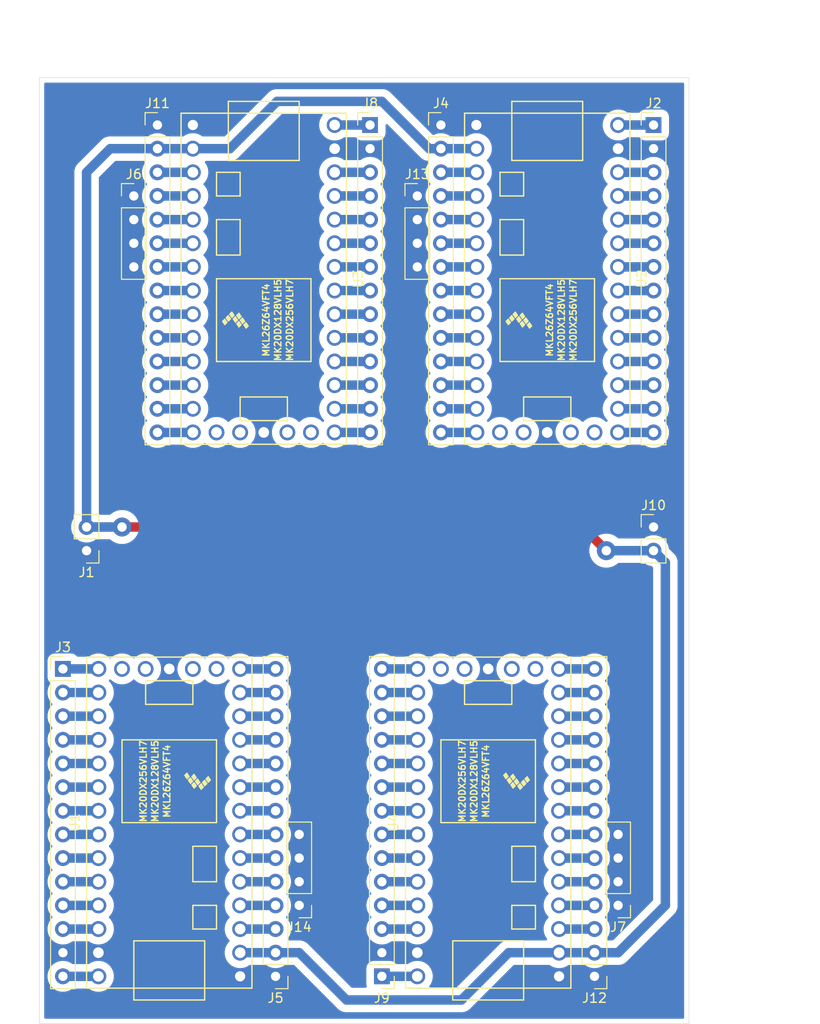
<source format=kicad_pcb>
(kicad_pcb (version 20171130) (host pcbnew "(5.1.6-0-10_14)")
  (layers (0 F.Cu signal) (31 B.Cu signal) (35 F.Paste user) (37 F.SilkS user) (38 B.Mask user) (39 F.Mask user) (44 Edge.Cuts user))
  (net 0 "")
  (net 1 RX)
  (net 2 GND)
  (net 3 "Net-(U1-Pad18)")
  (net 4 "Net-(U1-Pad19)")
  (net 5 "Net-(U1-Pad16)")
  (net 6 "Net-(U1-Pad15)")
  (net 7 "Net-(U2-Pad18)")
  (net 8 "Net-(U2-Pad19)")
  (net 9 "Net-(U2-Pad16)")
  (net 10 "Net-(U2-Pad15)")
  (net 11 "Net-(U3-Pad15)")
  (net 12 "Net-(U3-Pad16)")
  (net 13 "Net-(U3-Pad19)")
  (net 14 "Net-(U3-Pad18)")
  (net 15 "Net-(U4-Pad15)")
  (net 16 "Net-(U4-Pad16)")
  (net 17 "Net-(U4-Pad19)")
  (net 18 "Net-(U4-Pad18)")
  (net 19 "Net-(J3-Pad1)")
  (net 20 "Net-(J3-Pad3)")
  (net 21 "Net-(J3-Pad4)")
  (net 22 "Net-(J3-Pad5)")
  (net 23 "Net-(J3-Pad6)")
  (net 24 "Net-(J3-Pad7)")
  (net 25 "Net-(J3-Pad8)")
  (net 26 "Net-(J4-Pad3)")
  (net 27 "Net-(J4-Pad4)")
  (net 28 "Net-(J4-Pad5)")
  (net 29 "Net-(J4-Pad6)")
  (net 30 "Net-(J4-Pad7)")
  (net 31 "Net-(J4-Pad8)")
  (net 32 "Net-(J8-Pad1)")
  (net 33 "Net-(J8-Pad3)")
  (net 34 "Net-(J8-Pad4)")
  (net 35 "Net-(J8-Pad5)")
  (net 36 "Net-(J8-Pad6)")
  (net 37 "Net-(J8-Pad7)")
  (net 38 "Net-(J8-Pad8)")
  (net 39 "Net-(J9-Pad5)")
  (net 40 "Net-(J2-Pad8)")
  (net 41 "Net-(J2-Pad7)")
  (net 42 "Net-(J2-Pad6)")
  (net 43 "Net-(J2-Pad5)")
  (net 44 "Net-(J2-Pad4)")
  (net 45 "Net-(J2-Pad3)")
  (net 46 "Net-(J2-Pad1)")
  (net 47 "Net-(J5-Pad8)")
  (net 48 "Net-(J5-Pad7)")
  (net 49 "Net-(J5-Pad6)")
  (net 50 "Net-(J5-Pad5)")
  (net 51 "Net-(J5-Pad4)")
  (net 52 "Net-(J5-Pad3)")
  (net 53 "Net-(J9-Pad8)")
  (net 54 "Net-(J9-Pad7)")
  (net 55 "Net-(J9-Pad6)")
  (net 56 "Net-(J9-Pad4)")
  (net 57 "Net-(J9-Pad3)")
  (net 58 "Net-(J9-Pad1)")
  (net 59 "Net-(J11-Pad3)")
  (net 60 "Net-(J11-Pad4)")
  (net 61 "Net-(J11-Pad5)")
  (net 62 "Net-(J11-Pad6)")
  (net 63 "Net-(J11-Pad7)")
  (net 64 "Net-(J11-Pad8)")
  (net 65 "Net-(J12-Pad8)")
  (net 66 "Net-(J12-Pad7)")
  (net 67 "Net-(J12-Pad6)")
  (net 68 "Net-(J12-Pad5)")
  (net 69 "Net-(J12-Pad4)")
  (net 70 "Net-(J12-Pad3)")
  (net 71 "Net-(J3-Pad14)")
  (net 72 "Net-(J5-Pad14)")
  (net 73 "Net-(J3-Pad12)")
  (net 74 "Net-(J3-Pad11)")
  (net 75 "Net-(J3-Pad10)")
  (net 76 "Net-(J3-Pad9)")
  (net 77 "Net-(J5-Pad13)")
  (net 78 "Net-(J5-Pad12)")
  (net 79 "Net-(J5-Pad11)")
  (net 80 "Net-(J5-Pad10)")
  (net 81 "Net-(J5-Pad9)")
  (net 82 "Net-(J4-Pad9)")
  (net 83 "Net-(J4-Pad10)")
  (net 84 "Net-(J4-Pad11)")
  (net 85 "Net-(J4-Pad12)")
  (net 86 "Net-(J4-Pad13)")
  (net 87 "Net-(J2-Pad9)")
  (net 88 "Net-(J2-Pad10)")
  (net 89 "Net-(J2-Pad11)")
  (net 90 "Net-(J2-Pad12)")
  (net 91 "Net-(J2-Pad13)")
  (net 92 "Net-(J4-Pad14)")
  (net 93 "Net-(J2-Pad14)")
  (net 94 "Net-(J8-Pad14)")
  (net 95 "Net-(J11-Pad14)")
  (net 96 "Net-(J8-Pad13)")
  (net 97 "Net-(J8-Pad12)")
  (net 98 "Net-(J8-Pad11)")
  (net 99 "Net-(J8-Pad10)")
  (net 100 "Net-(J8-Pad9)")
  (net 101 "Net-(J11-Pad13)")
  (net 102 "Net-(J11-Pad12)")
  (net 103 "Net-(J11-Pad11)")
  (net 104 "Net-(J11-Pad10)")
  (net 105 "Net-(J11-Pad9)")
  (net 106 "Net-(J12-Pad9)")
  (net 107 "Net-(J12-Pad10)")
  (net 108 "Net-(J12-Pad11)")
  (net 109 "Net-(J12-Pad12)")
  (net 110 "Net-(J12-Pad13)")
  (net 111 "Net-(J9-Pad9)")
  (net 112 "Net-(J9-Pad10)")
  (net 113 "Net-(J9-Pad11)")
  (net 114 "Net-(J9-Pad12)")
  (net 115 "Net-(J9-Pad13)")
  (net 116 "Net-(J12-Pad14)")
  (net 117 "Net-(J9-Pad14)")
  (net 118 "Net-(J3-Pad2)")
  (module Connector_PinHeader_2.54mm:PinHeader_1x04_P2.54mm_Vertical (layer F.Cu) (at 163.83 139.7 180)
    (fp_text reference J7 (at 0 -2.33 180) (layer F.SilkS))
    (fp_text value Conn_01x04_Male)
    (pad 4 thru_hole oval (at 0 7.62 180) (size 1.7 1.7) (drill 1) (layers *.Cu *.Mask) (net 2 GND))
    (pad 3 thru_hole oval (at 0 5.08 180) (size 1.7 1.7) (drill 1) (layers *.Cu *.Mask) (net 2 GND))
    (pad 2 thru_hole oval (at 0 2.54 180) (size 1.7 1.7) (drill 1) (layers *.Cu *.Mask) (net 2 GND))
    (pad 1 thru_hole rect (at 0 0 180) (size 1.7 1.7) (drill 1) (layers *.Cu *.Mask) (net 2 GND))
  )
  (module Connector_PinHeader_2.54mm:PinHeader_1x14_P2.54mm_Vertical (layer F.Cu) (at 161.29 147.32 180)
    (fp_text reference J12 (at 0 -2.33 180) (layer F.SilkS))
    (fp_text value Conn_01x14_Male)
    (pad 14 thru_hole oval (at 0 33.02 180) (size 1.7 1.7) (drill 1) (layers *.Cu *.Mask) (net 116 "Net-(J12-Pad14)"))
    (pad 13 thru_hole oval (at 0 30.48 180) (size 1.7 1.7) (drill 1) (layers *.Cu *.Mask) (net 110 "Net-(J12-Pad13)"))
    (pad 12 thru_hole oval (at 0 27.94 180) (size 1.7 1.7) (drill 1) (layers *.Cu *.Mask) (net 109 "Net-(J12-Pad12)"))
    (pad 11 thru_hole oval (at 0 25.4 180) (size 1.7 1.7) (drill 1) (layers *.Cu *.Mask) (net 108 "Net-(J12-Pad11)"))
    (pad 10 thru_hole oval (at 0 22.86 180) (size 1.7 1.7) (drill 1) (layers *.Cu *.Mask) (net 107 "Net-(J12-Pad10)"))
    (pad 9 thru_hole oval (at 0 20.32 180) (size 1.7 1.7) (drill 1) (layers *.Cu *.Mask) (net 106 "Net-(J12-Pad9)"))
    (pad 8 thru_hole oval (at 0 17.78 180) (size 1.7 1.7) (drill 1) (layers *.Cu *.Mask) (net 65 "Net-(J12-Pad8)"))
    (pad 7 thru_hole oval (at 0 15.24 180) (size 1.7 1.7) (drill 1) (layers *.Cu *.Mask) (net 66 "Net-(J12-Pad7)"))
    (pad 6 thru_hole oval (at 0 12.7 180) (size 1.7 1.7) (drill 1) (layers *.Cu *.Mask) (net 67 "Net-(J12-Pad6)"))
    (pad 5 thru_hole oval (at 0 10.16 180) (size 1.7 1.7) (drill 1) (layers *.Cu *.Mask) (net 68 "Net-(J12-Pad5)"))
    (pad 4 thru_hole oval (at 0 7.62 180) (size 1.7 1.7) (drill 1) (layers *.Cu *.Mask) (net 69 "Net-(J12-Pad4)"))
    (pad 3 thru_hole oval (at 0 5.08 180) (size 1.7 1.7) (drill 1) (layers *.Cu *.Mask) (net 70 "Net-(J12-Pad3)"))
    (pad 2 thru_hole oval (at 0 2.54 180) (size 1.7 1.7) (drill 1) (layers *.Cu *.Mask) (net 1 RX))
    (pad 1 thru_hole rect (at 0 0 180) (size 1.7 1.7) (drill 1) (layers *.Cu *.Mask) (net 2 GND))
  )
  (module Connector_PinHeader_2.54mm:PinHeader_1x14_P2.54mm_Vertical (layer F.Cu) (at 114.3 55.88)
    (fp_text reference J11 (at 0 -2.33) (layer F.SilkS))
    (fp_text value Conn_01x14_Male)
    (pad 14 thru_hole oval (at 0 33.02) (size 1.7 1.7) (drill 1) (layers *.Cu *.Mask) (net 95 "Net-(J11-Pad14)"))
    (pad 13 thru_hole oval (at 0 30.48) (size 1.7 1.7) (drill 1) (layers *.Cu *.Mask) (net 101 "Net-(J11-Pad13)"))
    (pad 12 thru_hole oval (at 0 27.94) (size 1.7 1.7) (drill 1) (layers *.Cu *.Mask) (net 102 "Net-(J11-Pad12)"))
    (pad 11 thru_hole oval (at 0 25.4) (size 1.7 1.7) (drill 1) (layers *.Cu *.Mask) (net 103 "Net-(J11-Pad11)"))
    (pad 10 thru_hole oval (at 0 22.86) (size 1.7 1.7) (drill 1) (layers *.Cu *.Mask) (net 104 "Net-(J11-Pad10)"))
    (pad 9 thru_hole oval (at 0 20.32) (size 1.7 1.7) (drill 1) (layers *.Cu *.Mask) (net 105 "Net-(J11-Pad9)"))
    (pad 8 thru_hole oval (at 0 17.78) (size 1.7 1.7) (drill 1) (layers *.Cu *.Mask) (net 64 "Net-(J11-Pad8)"))
    (pad 7 thru_hole oval (at 0 15.24) (size 1.7 1.7) (drill 1) (layers *.Cu *.Mask) (net 63 "Net-(J11-Pad7)"))
    (pad 6 thru_hole oval (at 0 12.7) (size 1.7 1.7) (drill 1) (layers *.Cu *.Mask) (net 62 "Net-(J11-Pad6)"))
    (pad 5 thru_hole oval (at 0 10.16) (size 1.7 1.7) (drill 1) (layers *.Cu *.Mask) (net 61 "Net-(J11-Pad5)"))
    (pad 4 thru_hole oval (at 0 7.62) (size 1.7 1.7) (drill 1) (layers *.Cu *.Mask) (net 60 "Net-(J11-Pad4)"))
    (pad 3 thru_hole oval (at 0 5.08) (size 1.7 1.7) (drill 1) (layers *.Cu *.Mask) (net 59 "Net-(J11-Pad3)"))
    (pad 2 thru_hole oval (at 0 2.54) (size 1.7 1.7) (drill 1) (layers *.Cu *.Mask) (net 1 RX))
    (pad 1 thru_hole rect (at 0 0) (size 1.7 1.7) (drill 1) (layers *.Cu *.Mask) (net 2 GND))
  )
  (module Connector_PinHeader_2.54mm:PinHeader_1x14_P2.54mm_Vertical (layer F.Cu) (at 138.43 147.32 180)
    (fp_text reference J9 (at 0 -2.33 180) (layer F.SilkS))
    (fp_text value Conn_01x14_Male)
    (pad 14 thru_hole oval (at 0 33.02 180) (size 1.7 1.7) (drill 1) (layers *.Cu *.Mask) (net 117 "Net-(J9-Pad14)"))
    (pad 13 thru_hole oval (at 0 30.48 180) (size 1.7 1.7) (drill 1) (layers *.Cu *.Mask) (net 115 "Net-(J9-Pad13)"))
    (pad 12 thru_hole oval (at 0 27.94 180) (size 1.7 1.7) (drill 1) (layers *.Cu *.Mask) (net 114 "Net-(J9-Pad12)"))
    (pad 11 thru_hole oval (at 0 25.4 180) (size 1.7 1.7) (drill 1) (layers *.Cu *.Mask) (net 113 "Net-(J9-Pad11)"))
    (pad 10 thru_hole oval (at 0 22.86 180) (size 1.7 1.7) (drill 1) (layers *.Cu *.Mask) (net 112 "Net-(J9-Pad10)"))
    (pad 9 thru_hole oval (at 0 20.32 180) (size 1.7 1.7) (drill 1) (layers *.Cu *.Mask) (net 111 "Net-(J9-Pad9)"))
    (pad 8 thru_hole oval (at 0 17.78 180) (size 1.7 1.7) (drill 1) (layers *.Cu *.Mask) (net 53 "Net-(J9-Pad8)"))
    (pad 7 thru_hole oval (at 0 15.24 180) (size 1.7 1.7) (drill 1) (layers *.Cu *.Mask) (net 54 "Net-(J9-Pad7)"))
    (pad 6 thru_hole oval (at 0 12.7 180) (size 1.7 1.7) (drill 1) (layers *.Cu *.Mask) (net 55 "Net-(J9-Pad6)"))
    (pad 5 thru_hole oval (at 0 10.16 180) (size 1.7 1.7) (drill 1) (layers *.Cu *.Mask) (net 39 "Net-(J9-Pad5)"))
    (pad 4 thru_hole oval (at 0 7.62 180) (size 1.7 1.7) (drill 1) (layers *.Cu *.Mask) (net 56 "Net-(J9-Pad4)"))
    (pad 3 thru_hole oval (at 0 5.08 180) (size 1.7 1.7) (drill 1) (layers *.Cu *.Mask) (net 57 "Net-(J9-Pad3)"))
    (pad 2 thru_hole oval (at 0 2.54 180) (size 1.7 1.7) (drill 1) (layers *.Cu *.Mask) (net 2 GND))
    (pad 1 thru_hole rect (at 0 0 180) (size 1.7 1.7) (drill 1) (layers *.Cu *.Mask) (net 58 "Net-(J9-Pad1)"))
  )
  (module Connector_PinHeader_2.54mm:PinHeader_1x14_P2.54mm_Vertical (layer F.Cu) (at 137.16 55.88)
    (fp_text reference J8 (at 0 -2.33) (layer F.SilkS))
    (fp_text value Conn_01x14_Male)
    (pad 14 thru_hole oval (at 0 33.02) (size 1.7 1.7) (drill 1) (layers *.Cu *.Mask) (net 94 "Net-(J8-Pad14)"))
    (pad 13 thru_hole oval (at 0 30.48) (size 1.7 1.7) (drill 1) (layers *.Cu *.Mask) (net 96 "Net-(J8-Pad13)"))
    (pad 12 thru_hole oval (at 0 27.94) (size 1.7 1.7) (drill 1) (layers *.Cu *.Mask) (net 97 "Net-(J8-Pad12)"))
    (pad 11 thru_hole oval (at 0 25.4) (size 1.7 1.7) (drill 1) (layers *.Cu *.Mask) (net 98 "Net-(J8-Pad11)"))
    (pad 10 thru_hole oval (at 0 22.86) (size 1.7 1.7) (drill 1) (layers *.Cu *.Mask) (net 99 "Net-(J8-Pad10)"))
    (pad 9 thru_hole oval (at 0 20.32) (size 1.7 1.7) (drill 1) (layers *.Cu *.Mask) (net 100 "Net-(J8-Pad9)"))
    (pad 8 thru_hole oval (at 0 17.78) (size 1.7 1.7) (drill 1) (layers *.Cu *.Mask) (net 38 "Net-(J8-Pad8)"))
    (pad 7 thru_hole oval (at 0 15.24) (size 1.7 1.7) (drill 1) (layers *.Cu *.Mask) (net 37 "Net-(J8-Pad7)"))
    (pad 6 thru_hole oval (at 0 12.7) (size 1.7 1.7) (drill 1) (layers *.Cu *.Mask) (net 36 "Net-(J8-Pad6)"))
    (pad 5 thru_hole oval (at 0 10.16) (size 1.7 1.7) (drill 1) (layers *.Cu *.Mask) (net 35 "Net-(J8-Pad5)"))
    (pad 4 thru_hole oval (at 0 7.62) (size 1.7 1.7) (drill 1) (layers *.Cu *.Mask) (net 34 "Net-(J8-Pad4)"))
    (pad 3 thru_hole oval (at 0 5.08) (size 1.7 1.7) (drill 1) (layers *.Cu *.Mask) (net 33 "Net-(J8-Pad3)"))
    (pad 2 thru_hole oval (at 0 2.54) (size 1.7 1.7) (drill 1) (layers *.Cu *.Mask) (net 2 GND))
    (pad 1 thru_hole rect (at 0 0) (size 1.7 1.7) (drill 1) (layers *.Cu *.Mask) (net 32 "Net-(J8-Pad1)"))
  )
  (module Connector_PinHeader_2.54mm:PinHeader_1x14_P2.54mm_Vertical (layer F.Cu) (at 127 147.32 180)
    (fp_text reference J5 (at 0 -2.33 180) (layer F.SilkS))
    (fp_text value Conn_01x14_Male)
    (pad 14 thru_hole oval (at 0 33.02 180) (size 1.7 1.7) (drill 1) (layers *.Cu *.Mask) (net 72 "Net-(J5-Pad14)"))
    (pad 13 thru_hole oval (at 0 30.48 180) (size 1.7 1.7) (drill 1) (layers *.Cu *.Mask) (net 77 "Net-(J5-Pad13)"))
    (pad 12 thru_hole oval (at 0 27.94 180) (size 1.7 1.7) (drill 1) (layers *.Cu *.Mask) (net 78 "Net-(J5-Pad12)"))
    (pad 11 thru_hole oval (at 0 25.4 180) (size 1.7 1.7) (drill 1) (layers *.Cu *.Mask) (net 79 "Net-(J5-Pad11)"))
    (pad 10 thru_hole oval (at 0 22.86 180) (size 1.7 1.7) (drill 1) (layers *.Cu *.Mask) (net 80 "Net-(J5-Pad10)"))
    (pad 9 thru_hole oval (at 0 20.32 180) (size 1.7 1.7) (drill 1) (layers *.Cu *.Mask) (net 81 "Net-(J5-Pad9)"))
    (pad 8 thru_hole oval (at 0 17.78 180) (size 1.7 1.7) (drill 1) (layers *.Cu *.Mask) (net 47 "Net-(J5-Pad8)"))
    (pad 7 thru_hole oval (at 0 15.24 180) (size 1.7 1.7) (drill 1) (layers *.Cu *.Mask) (net 48 "Net-(J5-Pad7)"))
    (pad 6 thru_hole oval (at 0 12.7 180) (size 1.7 1.7) (drill 1) (layers *.Cu *.Mask) (net 49 "Net-(J5-Pad6)"))
    (pad 5 thru_hole oval (at 0 10.16 180) (size 1.7 1.7) (drill 1) (layers *.Cu *.Mask) (net 50 "Net-(J5-Pad5)"))
    (pad 4 thru_hole oval (at 0 7.62 180) (size 1.7 1.7) (drill 1) (layers *.Cu *.Mask) (net 51 "Net-(J5-Pad4)"))
    (pad 3 thru_hole oval (at 0 5.08 180) (size 1.7 1.7) (drill 1) (layers *.Cu *.Mask) (net 52 "Net-(J5-Pad3)"))
    (pad 2 thru_hole oval (at 0 2.54 180) (size 1.7 1.7) (drill 1) (layers *.Cu *.Mask) (net 1 RX))
    (pad 1 thru_hole rect (at 0 0 180) (size 1.7 1.7) (drill 1) (layers *.Cu *.Mask) (net 2 GND))
  )
  (module Connector_PinHeader_2.54mm:PinHeader_1x14_P2.54mm_Vertical (layer F.Cu) (at 144.78 55.88)
    (fp_text reference J4 (at 0 -2.33) (layer F.SilkS))
    (fp_text value Conn_01x14_Male)
    (pad 14 thru_hole oval (at 0 33.02) (size 1.7 1.7) (drill 1) (layers *.Cu *.Mask) (net 92 "Net-(J4-Pad14)"))
    (pad 13 thru_hole oval (at 0 30.48) (size 1.7 1.7) (drill 1) (layers *.Cu *.Mask) (net 86 "Net-(J4-Pad13)"))
    (pad 12 thru_hole oval (at 0 27.94) (size 1.7 1.7) (drill 1) (layers *.Cu *.Mask) (net 85 "Net-(J4-Pad12)"))
    (pad 11 thru_hole oval (at 0 25.4) (size 1.7 1.7) (drill 1) (layers *.Cu *.Mask) (net 84 "Net-(J4-Pad11)"))
    (pad 10 thru_hole oval (at 0 22.86) (size 1.7 1.7) (drill 1) (layers *.Cu *.Mask) (net 83 "Net-(J4-Pad10)"))
    (pad 9 thru_hole oval (at 0 20.32) (size 1.7 1.7) (drill 1) (layers *.Cu *.Mask) (net 82 "Net-(J4-Pad9)"))
    (pad 8 thru_hole oval (at 0 17.78) (size 1.7 1.7) (drill 1) (layers *.Cu *.Mask) (net 31 "Net-(J4-Pad8)"))
    (pad 7 thru_hole oval (at 0 15.24) (size 1.7 1.7) (drill 1) (layers *.Cu *.Mask) (net 30 "Net-(J4-Pad7)"))
    (pad 6 thru_hole oval (at 0 12.7) (size 1.7 1.7) (drill 1) (layers *.Cu *.Mask) (net 29 "Net-(J4-Pad6)"))
    (pad 5 thru_hole oval (at 0 10.16) (size 1.7 1.7) (drill 1) (layers *.Cu *.Mask) (net 28 "Net-(J4-Pad5)"))
    (pad 4 thru_hole oval (at 0 7.62) (size 1.7 1.7) (drill 1) (layers *.Cu *.Mask) (net 27 "Net-(J4-Pad4)"))
    (pad 3 thru_hole oval (at 0 5.08) (size 1.7 1.7) (drill 1) (layers *.Cu *.Mask) (net 26 "Net-(J4-Pad3)"))
    (pad 2 thru_hole oval (at 0 2.54) (size 1.7 1.7) (drill 1) (layers *.Cu *.Mask) (net 1 RX))
    (pad 1 thru_hole rect (at 0 0) (size 1.7 1.7) (drill 1) (layers *.Cu *.Mask) (net 2 GND))
  )
  (module Connector_PinHeader_2.54mm:PinHeader_1x14_P2.54mm_Vertical (layer F.Cu) (at 104.14 114.3)
    (fp_text reference J3 (at 0 -2.33) (layer F.SilkS))
    (fp_text value Conn_01x14_Male)
    (pad 14 thru_hole oval (at 0 33.02) (size 1.7 1.7) (drill 1) (layers *.Cu *.Mask) (net 71 "Net-(J3-Pad14)"))
    (pad 13 thru_hole oval (at 0 30.48) (size 1.7 1.7) (drill 1) (layers *.Cu *.Mask) (net 2 GND))
    (pad 12 thru_hole oval (at 0 27.94) (size 1.7 1.7) (drill 1) (layers *.Cu *.Mask) (net 73 "Net-(J3-Pad12)"))
    (pad 11 thru_hole oval (at 0 25.4) (size 1.7 1.7) (drill 1) (layers *.Cu *.Mask) (net 74 "Net-(J3-Pad11)"))
    (pad 10 thru_hole oval (at 0 22.86) (size 1.7 1.7) (drill 1) (layers *.Cu *.Mask) (net 75 "Net-(J3-Pad10)"))
    (pad 9 thru_hole oval (at 0 20.32) (size 1.7 1.7) (drill 1) (layers *.Cu *.Mask) (net 76 "Net-(J3-Pad9)"))
    (pad 8 thru_hole oval (at 0 17.78) (size 1.7 1.7) (drill 1) (layers *.Cu *.Mask) (net 25 "Net-(J3-Pad8)"))
    (pad 7 thru_hole oval (at 0 15.24) (size 1.7 1.7) (drill 1) (layers *.Cu *.Mask) (net 24 "Net-(J3-Pad7)"))
    (pad 6 thru_hole oval (at 0 12.7) (size 1.7 1.7) (drill 1) (layers *.Cu *.Mask) (net 23 "Net-(J3-Pad6)"))
    (pad 5 thru_hole oval (at 0 10.16) (size 1.7 1.7) (drill 1) (layers *.Cu *.Mask) (net 22 "Net-(J3-Pad5)"))
    (pad 4 thru_hole oval (at 0 7.62) (size 1.7 1.7) (drill 1) (layers *.Cu *.Mask) (net 21 "Net-(J3-Pad4)"))
    (pad 3 thru_hole oval (at 0 5.08) (size 1.7 1.7) (drill 1) (layers *.Cu *.Mask) (net 20 "Net-(J3-Pad3)"))
    (pad 2 thru_hole oval (at 0 2.54) (size 1.7 1.7) (drill 1) (layers *.Cu *.Mask) (net 118 "Net-(J3-Pad2)"))
    (pad 1 thru_hole rect (at 0 0) (size 1.7 1.7) (drill 1) (layers *.Cu *.Mask) (net 19 "Net-(J3-Pad1)"))
  )
  (module Connector_PinHeader_2.54mm:PinHeader_1x14_P2.54mm_Vertical (layer F.Cu) (at 167.64 55.88)
    (fp_text reference J2 (at 0 -2.33) (layer F.SilkS))
    (fp_text value Conn_01x14_Male)
    (pad 14 thru_hole oval (at 0 33.02) (size 1.7 1.7) (drill 1) (layers *.Cu *.Mask) (net 93 "Net-(J2-Pad14)"))
    (pad 13 thru_hole oval (at 0 30.48) (size 1.7 1.7) (drill 1) (layers *.Cu *.Mask) (net 91 "Net-(J2-Pad13)"))
    (pad 12 thru_hole oval (at 0 27.94) (size 1.7 1.7) (drill 1) (layers *.Cu *.Mask) (net 90 "Net-(J2-Pad12)"))
    (pad 11 thru_hole oval (at 0 25.4) (size 1.7 1.7) (drill 1) (layers *.Cu *.Mask) (net 89 "Net-(J2-Pad11)"))
    (pad 10 thru_hole oval (at 0 22.86) (size 1.7 1.7) (drill 1) (layers *.Cu *.Mask) (net 88 "Net-(J2-Pad10)"))
    (pad 9 thru_hole oval (at 0 20.32) (size 1.7 1.7) (drill 1) (layers *.Cu *.Mask) (net 87 "Net-(J2-Pad9)"))
    (pad 8 thru_hole oval (at 0 17.78) (size 1.7 1.7) (drill 1) (layers *.Cu *.Mask) (net 40 "Net-(J2-Pad8)"))
    (pad 7 thru_hole oval (at 0 15.24) (size 1.7 1.7) (drill 1) (layers *.Cu *.Mask) (net 41 "Net-(J2-Pad7)"))
    (pad 6 thru_hole oval (at 0 12.7) (size 1.7 1.7) (drill 1) (layers *.Cu *.Mask) (net 42 "Net-(J2-Pad6)"))
    (pad 5 thru_hole oval (at 0 10.16) (size 1.7 1.7) (drill 1) (layers *.Cu *.Mask) (net 43 "Net-(J2-Pad5)"))
    (pad 4 thru_hole oval (at 0 7.62) (size 1.7 1.7) (drill 1) (layers *.Cu *.Mask) (net 44 "Net-(J2-Pad4)"))
    (pad 3 thru_hole oval (at 0 5.08) (size 1.7 1.7) (drill 1) (layers *.Cu *.Mask) (net 45 "Net-(J2-Pad3)"))
    (pad 2 thru_hole oval (at 0 2.54) (size 1.7 1.7) (drill 1) (layers *.Cu *.Mask) (net 2 GND))
    (pad 1 thru_hole rect (at 0 0) (size 1.7 1.7) (drill 1) (layers *.Cu *.Mask) (net 46 "Net-(J2-Pad1)"))
  )
  (module CustomFootprints:Teensy30_31_32_LC_nopogo (layer F.Cu) (at 149.86 130.81 90)
    (fp_text reference U4 (at 0 -10.16 90) (layer F.SilkS))
    (fp_text value Teensy-LC)
    (fp_text user MK20DX256VLH7 (at 4.445 -2.794 90) (layer F.SilkS) (effects (font (size 0.7 0.7))))
    (fp_text user MKL26Z64VFT4 (at 4.445 -0.254 90) (layer F.SilkS) (effects (font (size 0.7 0.7))))
    (fp_text user MK20DX128VLH5 (at 4.445 -1.524 90) (layer F.SilkS) (effects (font (size 0.7 0.7))))
    (pad 17 thru_hole circle (at 16.51 0 90) (size 1.7 1.7) (drill 1.15) (layers *.Cu *.Mask) (net 2 GND))
    (pad 18 thru_hole circle (at 16.51 -2.54 90) (size 1.7 1.7) (drill 1.15) (layers *.Cu *.Mask) (net 18 "Net-(U4-Pad18)"))
    (pad 19 thru_hole circle (at 16.51 -5.08 90) (size 1.7 1.7) (drill 1.15) (layers *.Cu *.Mask) (net 17 "Net-(U4-Pad19)"))
    (pad 20 thru_hole circle (at 16.51 -7.62 90) (size 1.7 1.7) (drill 1.15) (layers *.Cu *.Mask) (net 117 "Net-(J9-Pad14)"))
    (pad 16 thru_hole circle (at 16.51 2.54 90) (size 1.7 1.7) (drill 1.15) (layers *.Cu *.Mask) (net 16 "Net-(U4-Pad16)"))
    (pad 15 thru_hole circle (at 16.51 5.08 90) (size 1.7 1.7) (drill 1.15) (layers *.Cu *.Mask) (net 15 "Net-(U4-Pad15)"))
    (pad 14 thru_hole circle (at 16.51 7.62 90) (size 1.7 1.7) (drill 1.15) (layers *.Cu *.Mask) (net 116 "Net-(J12-Pad14)"))
    (pad 21 thru_hole circle (at 13.97 -7.62 90) (size 1.7 1.7) (drill 1.15) (layers *.Cu *.Mask) (net 115 "Net-(J9-Pad13)"))
    (pad 22 thru_hole circle (at 11.43 -7.62 90) (size 1.7 1.7) (drill 1.15) (layers *.Cu *.Mask) (net 114 "Net-(J9-Pad12)"))
    (pad 23 thru_hole circle (at 8.89 -7.62 90) (size 1.7 1.7) (drill 1.15) (layers *.Cu *.Mask) (net 113 "Net-(J9-Pad11)"))
    (pad 24 thru_hole circle (at 6.35 -7.62 90) (size 1.7 1.7) (drill 1.15) (layers *.Cu *.Mask) (net 112 "Net-(J9-Pad10)"))
    (pad 25 thru_hole circle (at 3.81 -7.62 90) (size 1.7 1.7) (drill 1.15) (layers *.Cu *.Mask) (net 111 "Net-(J9-Pad9)"))
    (pad 26 thru_hole circle (at 1.27 -7.62 90) (size 1.7 1.7) (drill 1.15) (layers *.Cu *.Mask) (net 53 "Net-(J9-Pad8)"))
    (pad 27 thru_hole circle (at -1.27 -7.62 90) (size 1.7 1.7) (drill 1.15) (layers *.Cu *.Mask) (net 54 "Net-(J9-Pad7)"))
    (pad 28 thru_hole circle (at -3.81 -7.62 90) (size 1.7 1.7) (drill 1.15) (layers *.Cu *.Mask) (net 55 "Net-(J9-Pad6)"))
    (pad 29 thru_hole circle (at -6.35 -7.62 90) (size 1.7 1.7) (drill 1.15) (layers *.Cu *.Mask) (net 39 "Net-(J9-Pad5)"))
    (pad 30 thru_hole circle (at -8.89 -7.62 90) (size 1.7 1.7) (drill 1.15) (layers *.Cu *.Mask) (net 56 "Net-(J9-Pad4)"))
    (pad 31 thru_hole circle (at -11.43 -7.62 90) (size 1.7 1.7) (drill 1.15) (layers *.Cu *.Mask) (net 57 "Net-(J9-Pad3)"))
    (pad 32 thru_hole circle (at -13.97 -7.62 90) (size 1.7 1.7) (drill 1.15) (layers *.Cu *.Mask) (net 2 GND))
    (pad 33 thru_hole circle (at -16.51 -7.62 90) (size 1.7 1.7) (drill 1.15) (layers *.Cu *.Mask) (net 58 "Net-(J9-Pad1)"))
    (pad 13 thru_hole circle (at 13.97 7.62 90) (size 1.7 1.7) (drill 1.15) (layers *.Cu *.Mask) (net 110 "Net-(J12-Pad13)"))
    (pad 12 thru_hole circle (at 11.43 7.62 90) (size 1.7 1.7) (drill 1.15) (layers *.Cu *.Mask) (net 109 "Net-(J12-Pad12)"))
    (pad 11 thru_hole circle (at 8.89 7.62 90) (size 1.7 1.7) (drill 1.15) (layers *.Cu *.Mask) (net 108 "Net-(J12-Pad11)"))
    (pad 10 thru_hole circle (at 6.35 7.62 90) (size 1.7 1.7) (drill 1.15) (layers *.Cu *.Mask) (net 107 "Net-(J12-Pad10)"))
    (pad 9 thru_hole circle (at 3.81 7.62 90) (size 1.7 1.7) (drill 1.15) (layers *.Cu *.Mask) (net 106 "Net-(J12-Pad9)"))
    (pad 8 thru_hole circle (at 1.27 7.62 90) (size 1.7 1.7) (drill 1.15) (layers *.Cu *.Mask) (net 65 "Net-(J12-Pad8)"))
    (pad 7 thru_hole circle (at -1.27 7.62 90) (size 1.7 1.7) (drill 1.15) (layers *.Cu *.Mask) (net 66 "Net-(J12-Pad7)"))
    (pad 6 thru_hole circle (at -3.81 7.62 90) (size 1.7 1.7) (drill 1.15) (layers *.Cu *.Mask) (net 67 "Net-(J12-Pad6)"))
    (pad 5 thru_hole circle (at -6.35 7.62 90) (size 1.7 1.7) (drill 1.15) (layers *.Cu *.Mask) (net 68 "Net-(J12-Pad5)"))
    (pad 4 thru_hole circle (at -8.89 7.62 90) (size 1.7 1.7) (drill 1.15) (layers *.Cu *.Mask) (net 69 "Net-(J12-Pad4)"))
    (pad 3 thru_hole circle (at -11.43 7.62 90) (size 1.7 1.7) (drill 1.15) (layers *.Cu *.Mask) (net 70 "Net-(J12-Pad3)"))
    (pad 2 thru_hole circle (at -13.97 7.62 90) (size 1.7 1.7) (drill 1.15) (layers *.Cu *.Mask) (net 1 RX))
    (pad 1 thru_hole rect (at -16.51 7.62 90) (size 1.6 1.6) (drill 1.1) (layers *.Cu *.Mask) (net 2 GND))
  )
  (module CustomFootprints:Teensy30_31_32_LC_nopogo (layer F.Cu) (at 125.73 72.39 270)
    (fp_text reference U3 (at 0 -10.16 270) (layer F.SilkS))
    (fp_text value Teensy-LC)
    (fp_text user MK20DX256VLH7 (at 4.445 -2.794 270) (layer F.SilkS) (effects (font (size 0.7 0.7))))
    (fp_text user MKL26Z64VFT4 (at 4.445 -0.254 270) (layer F.SilkS) (effects (font (size 0.7 0.7))))
    (fp_text user MK20DX128VLH5 (at 4.445 -1.524 270) (layer F.SilkS) (effects (font (size 0.7 0.7))))
    (pad 17 thru_hole circle (at 16.51 0 270) (size 1.7 1.7) (drill 1.15) (layers *.Cu *.Mask) (net 2 GND))
    (pad 18 thru_hole circle (at 16.51 -2.54 270) (size 1.7 1.7) (drill 1.15) (layers *.Cu *.Mask) (net 14 "Net-(U3-Pad18)"))
    (pad 19 thru_hole circle (at 16.51 -5.08 270) (size 1.7 1.7) (drill 1.15) (layers *.Cu *.Mask) (net 13 "Net-(U3-Pad19)"))
    (pad 20 thru_hole circle (at 16.51 -7.62 270) (size 1.7 1.7) (drill 1.15) (layers *.Cu *.Mask) (net 94 "Net-(J8-Pad14)"))
    (pad 16 thru_hole circle (at 16.51 2.54 270) (size 1.7 1.7) (drill 1.15) (layers *.Cu *.Mask) (net 12 "Net-(U3-Pad16)"))
    (pad 15 thru_hole circle (at 16.51 5.08 270) (size 1.7 1.7) (drill 1.15) (layers *.Cu *.Mask) (net 11 "Net-(U3-Pad15)"))
    (pad 14 thru_hole circle (at 16.51 7.62 270) (size 1.7 1.7) (drill 1.15) (layers *.Cu *.Mask) (net 95 "Net-(J11-Pad14)"))
    (pad 21 thru_hole circle (at 13.97 -7.62 270) (size 1.7 1.7) (drill 1.15) (layers *.Cu *.Mask) (net 96 "Net-(J8-Pad13)"))
    (pad 22 thru_hole circle (at 11.43 -7.62 270) (size 1.7 1.7) (drill 1.15) (layers *.Cu *.Mask) (net 97 "Net-(J8-Pad12)"))
    (pad 23 thru_hole circle (at 8.89 -7.62 270) (size 1.7 1.7) (drill 1.15) (layers *.Cu *.Mask) (net 98 "Net-(J8-Pad11)"))
    (pad 24 thru_hole circle (at 6.35 -7.62 270) (size 1.7 1.7) (drill 1.15) (layers *.Cu *.Mask) (net 99 "Net-(J8-Pad10)"))
    (pad 25 thru_hole circle (at 3.81 -7.62 270) (size 1.7 1.7) (drill 1.15) (layers *.Cu *.Mask) (net 100 "Net-(J8-Pad9)"))
    (pad 26 thru_hole circle (at 1.27 -7.62 270) (size 1.7 1.7) (drill 1.15) (layers *.Cu *.Mask) (net 38 "Net-(J8-Pad8)"))
    (pad 27 thru_hole circle (at -1.27 -7.62 270) (size 1.7 1.7) (drill 1.15) (layers *.Cu *.Mask) (net 37 "Net-(J8-Pad7)"))
    (pad 28 thru_hole circle (at -3.81 -7.62 270) (size 1.7 1.7) (drill 1.15) (layers *.Cu *.Mask) (net 36 "Net-(J8-Pad6)"))
    (pad 29 thru_hole circle (at -6.35 -7.62 270) (size 1.7 1.7) (drill 1.15) (layers *.Cu *.Mask) (net 35 "Net-(J8-Pad5)"))
    (pad 30 thru_hole circle (at -8.89 -7.62 270) (size 1.7 1.7) (drill 1.15) (layers *.Cu *.Mask) (net 34 "Net-(J8-Pad4)"))
    (pad 31 thru_hole circle (at -11.43 -7.62 270) (size 1.7 1.7) (drill 1.15) (layers *.Cu *.Mask) (net 33 "Net-(J8-Pad3)"))
    (pad 32 thru_hole circle (at -13.97 -7.62 270) (size 1.7 1.7) (drill 1.15) (layers *.Cu *.Mask) (net 2 GND))
    (pad 33 thru_hole circle (at -16.51 -7.62 270) (size 1.7 1.7) (drill 1.15) (layers *.Cu *.Mask) (net 32 "Net-(J8-Pad1)"))
    (pad 13 thru_hole circle (at 13.97 7.62 270) (size 1.7 1.7) (drill 1.15) (layers *.Cu *.Mask) (net 101 "Net-(J11-Pad13)"))
    (pad 12 thru_hole circle (at 11.43 7.62 270) (size 1.7 1.7) (drill 1.15) (layers *.Cu *.Mask) (net 102 "Net-(J11-Pad12)"))
    (pad 11 thru_hole circle (at 8.89 7.62 270) (size 1.7 1.7) (drill 1.15) (layers *.Cu *.Mask) (net 103 "Net-(J11-Pad11)"))
    (pad 10 thru_hole circle (at 6.35 7.62 270) (size 1.7 1.7) (drill 1.15) (layers *.Cu *.Mask) (net 104 "Net-(J11-Pad10)"))
    (pad 9 thru_hole circle (at 3.81 7.62 270) (size 1.7 1.7) (drill 1.15) (layers *.Cu *.Mask) (net 105 "Net-(J11-Pad9)"))
    (pad 8 thru_hole circle (at 1.27 7.62 270) (size 1.7 1.7) (drill 1.15) (layers *.Cu *.Mask) (net 64 "Net-(J11-Pad8)"))
    (pad 7 thru_hole circle (at -1.27 7.62 270) (size 1.7 1.7) (drill 1.15) (layers *.Cu *.Mask) (net 63 "Net-(J11-Pad7)"))
    (pad 6 thru_hole circle (at -3.81 7.62 270) (size 1.7 1.7) (drill 1.15) (layers *.Cu *.Mask) (net 62 "Net-(J11-Pad6)"))
    (pad 5 thru_hole circle (at -6.35 7.62 270) (size 1.7 1.7) (drill 1.15) (layers *.Cu *.Mask) (net 61 "Net-(J11-Pad5)"))
    (pad 4 thru_hole circle (at -8.89 7.62 270) (size 1.7 1.7) (drill 1.15) (layers *.Cu *.Mask) (net 60 "Net-(J11-Pad4)"))
    (pad 3 thru_hole circle (at -11.43 7.62 270) (size 1.7 1.7) (drill 1.15) (layers *.Cu *.Mask) (net 59 "Net-(J11-Pad3)"))
    (pad 2 thru_hole circle (at -13.97 7.62 270) (size 1.7 1.7) (drill 1.15) (layers *.Cu *.Mask) (net 1 RX))
    (pad 1 thru_hole rect (at -16.51 7.62 270) (size 1.6 1.6) (drill 1.1) (layers *.Cu *.Mask) (net 2 GND))
  )
  (module CustomFootprints:Teensy30_31_32_LC_nopogo (layer F.Cu) (at 156.21 72.39 270)
    (fp_text reference U2 (at 0 -10.16 270) (layer F.SilkS))
    (fp_text value Teensy-LC)
    (fp_text user MK20DX256VLH7 (at 4.445 -2.794 270) (layer F.SilkS) (effects (font (size 0.7 0.7))))
    (fp_text user MKL26Z64VFT4 (at 4.445 -0.254 270) (layer F.SilkS) (effects (font (size 0.7 0.7))))
    (fp_text user MK20DX128VLH5 (at 4.445 -1.524 270) (layer F.SilkS) (effects (font (size 0.7 0.7))))
    (pad 17 thru_hole circle (at 16.51 0 270) (size 1.7 1.7) (drill 1.15) (layers *.Cu *.Mask) (net 2 GND))
    (pad 18 thru_hole circle (at 16.51 -2.54 270) (size 1.7 1.7) (drill 1.15) (layers *.Cu *.Mask) (net 7 "Net-(U2-Pad18)"))
    (pad 19 thru_hole circle (at 16.51 -5.08 270) (size 1.7 1.7) (drill 1.15) (layers *.Cu *.Mask) (net 8 "Net-(U2-Pad19)"))
    (pad 20 thru_hole circle (at 16.51 -7.62 270) (size 1.7 1.7) (drill 1.15) (layers *.Cu *.Mask) (net 93 "Net-(J2-Pad14)"))
    (pad 16 thru_hole circle (at 16.51 2.54 270) (size 1.7 1.7) (drill 1.15) (layers *.Cu *.Mask) (net 9 "Net-(U2-Pad16)"))
    (pad 15 thru_hole circle (at 16.51 5.08 270) (size 1.7 1.7) (drill 1.15) (layers *.Cu *.Mask) (net 10 "Net-(U2-Pad15)"))
    (pad 14 thru_hole circle (at 16.51 7.62 270) (size 1.7 1.7) (drill 1.15) (layers *.Cu *.Mask) (net 92 "Net-(J4-Pad14)"))
    (pad 21 thru_hole circle (at 13.97 -7.62 270) (size 1.7 1.7) (drill 1.15) (layers *.Cu *.Mask) (net 91 "Net-(J2-Pad13)"))
    (pad 22 thru_hole circle (at 11.43 -7.62 270) (size 1.7 1.7) (drill 1.15) (layers *.Cu *.Mask) (net 90 "Net-(J2-Pad12)"))
    (pad 23 thru_hole circle (at 8.89 -7.62 270) (size 1.7 1.7) (drill 1.15) (layers *.Cu *.Mask) (net 89 "Net-(J2-Pad11)"))
    (pad 24 thru_hole circle (at 6.35 -7.62 270) (size 1.7 1.7) (drill 1.15) (layers *.Cu *.Mask) (net 88 "Net-(J2-Pad10)"))
    (pad 25 thru_hole circle (at 3.81 -7.62 270) (size 1.7 1.7) (drill 1.15) (layers *.Cu *.Mask) (net 87 "Net-(J2-Pad9)"))
    (pad 26 thru_hole circle (at 1.27 -7.62 270) (size 1.7 1.7) (drill 1.15) (layers *.Cu *.Mask) (net 40 "Net-(J2-Pad8)"))
    (pad 27 thru_hole circle (at -1.27 -7.62 270) (size 1.7 1.7) (drill 1.15) (layers *.Cu *.Mask) (net 41 "Net-(J2-Pad7)"))
    (pad 28 thru_hole circle (at -3.81 -7.62 270) (size 1.7 1.7) (drill 1.15) (layers *.Cu *.Mask) (net 42 "Net-(J2-Pad6)"))
    (pad 29 thru_hole circle (at -6.35 -7.62 270) (size 1.7 1.7) (drill 1.15) (layers *.Cu *.Mask) (net 43 "Net-(J2-Pad5)"))
    (pad 30 thru_hole circle (at -8.89 -7.62 270) (size 1.7 1.7) (drill 1.15) (layers *.Cu *.Mask) (net 44 "Net-(J2-Pad4)"))
    (pad 31 thru_hole circle (at -11.43 -7.62 270) (size 1.7 1.7) (drill 1.15) (layers *.Cu *.Mask) (net 45 "Net-(J2-Pad3)"))
    (pad 32 thru_hole circle (at -13.97 -7.62 270) (size 1.7 1.7) (drill 1.15) (layers *.Cu *.Mask) (net 2 GND))
    (pad 33 thru_hole circle (at -16.51 -7.62 270) (size 1.7 1.7) (drill 1.15) (layers *.Cu *.Mask) (net 46 "Net-(J2-Pad1)"))
    (pad 13 thru_hole circle (at 13.97 7.62 270) (size 1.7 1.7) (drill 1.15) (layers *.Cu *.Mask) (net 86 "Net-(J4-Pad13)"))
    (pad 12 thru_hole circle (at 11.43 7.62 270) (size 1.7 1.7) (drill 1.15) (layers *.Cu *.Mask) (net 85 "Net-(J4-Pad12)"))
    (pad 11 thru_hole circle (at 8.89 7.62 270) (size 1.7 1.7) (drill 1.15) (layers *.Cu *.Mask) (net 84 "Net-(J4-Pad11)"))
    (pad 10 thru_hole circle (at 6.35 7.62 270) (size 1.7 1.7) (drill 1.15) (layers *.Cu *.Mask) (net 83 "Net-(J4-Pad10)"))
    (pad 9 thru_hole circle (at 3.81 7.62 270) (size 1.7 1.7) (drill 1.15) (layers *.Cu *.Mask) (net 82 "Net-(J4-Pad9)"))
    (pad 8 thru_hole circle (at 1.27 7.62 270) (size 1.7 1.7) (drill 1.15) (layers *.Cu *.Mask) (net 31 "Net-(J4-Pad8)"))
    (pad 7 thru_hole circle (at -1.27 7.62 270) (size 1.7 1.7) (drill 1.15) (layers *.Cu *.Mask) (net 30 "Net-(J4-Pad7)"))
    (pad 6 thru_hole circle (at -3.81 7.62 270) (size 1.7 1.7) (drill 1.15) (layers *.Cu *.Mask) (net 29 "Net-(J4-Pad6)"))
    (pad 5 thru_hole circle (at -6.35 7.62 270) (size 1.7 1.7) (drill 1.15) (layers *.Cu *.Mask) (net 28 "Net-(J4-Pad5)"))
    (pad 4 thru_hole circle (at -8.89 7.62 270) (size 1.7 1.7) (drill 1.15) (layers *.Cu *.Mask) (net 27 "Net-(J4-Pad4)"))
    (pad 3 thru_hole circle (at -11.43 7.62 270) (size 1.7 1.7) (drill 1.15) (layers *.Cu *.Mask) (net 26 "Net-(J4-Pad3)"))
    (pad 2 thru_hole circle (at -13.97 7.62 270) (size 1.7 1.7) (drill 1.15) (layers *.Cu *.Mask) (net 1 RX))
    (pad 1 thru_hole rect (at -16.51 7.62 270) (size 1.6 1.6) (drill 1.1) (layers *.Cu *.Mask) (net 2 GND))
  )
  (module CustomFootprints:Teensy30_31_32_LC_nopogo (layer F.Cu) (at 115.57 130.81 90)
    (fp_text reference U1 (at 0 -10.16 90) (layer F.SilkS))
    (fp_text value Teensy-LC)
    (fp_text user MK20DX256VLH7 (at 4.445 -2.794 90) (layer F.SilkS) (effects (font (size 0.7 0.7))))
    (fp_text user MKL26Z64VFT4 (at 4.445 -0.254 90) (layer F.SilkS) (effects (font (size 0.7 0.7))))
    (fp_text user MK20DX128VLH5 (at 4.445 -1.524 90) (layer F.SilkS) (effects (font (size 0.7 0.7))))
    (pad 17 thru_hole circle (at 16.51 0 90) (size 1.7 1.7) (drill 1.15) (layers *.Cu *.Mask) (net 2 GND))
    (pad 18 thru_hole circle (at 16.51 -2.54 90) (size 1.7 1.7) (drill 1.15) (layers *.Cu *.Mask) (net 3 "Net-(U1-Pad18)"))
    (pad 19 thru_hole circle (at 16.51 -5.08 90) (size 1.7 1.7) (drill 1.15) (layers *.Cu *.Mask) (net 4 "Net-(U1-Pad19)"))
    (pad 20 thru_hole circle (at 16.51 -7.62 90) (size 1.7 1.7) (drill 1.15) (layers *.Cu *.Mask) (net 19 "Net-(J3-Pad1)"))
    (pad 16 thru_hole circle (at 16.51 2.54 90) (size 1.7 1.7) (drill 1.15) (layers *.Cu *.Mask) (net 5 "Net-(U1-Pad16)"))
    (pad 15 thru_hole circle (at 16.51 5.08 90) (size 1.7 1.7) (drill 1.15) (layers *.Cu *.Mask) (net 6 "Net-(U1-Pad15)"))
    (pad 14 thru_hole circle (at 16.51 7.62 90) (size 1.7 1.7) (drill 1.15) (layers *.Cu *.Mask) (net 72 "Net-(J5-Pad14)"))
    (pad 21 thru_hole circle (at 13.97 -7.62 90) (size 1.7 1.7) (drill 1.15) (layers *.Cu *.Mask) (net 118 "Net-(J3-Pad2)"))
    (pad 22 thru_hole circle (at 11.43 -7.62 90) (size 1.7 1.7) (drill 1.15) (layers *.Cu *.Mask) (net 20 "Net-(J3-Pad3)"))
    (pad 23 thru_hole circle (at 8.89 -7.62 90) (size 1.7 1.7) (drill 1.15) (layers *.Cu *.Mask) (net 21 "Net-(J3-Pad4)"))
    (pad 24 thru_hole circle (at 6.35 -7.62 90) (size 1.7 1.7) (drill 1.15) (layers *.Cu *.Mask) (net 22 "Net-(J3-Pad5)"))
    (pad 25 thru_hole circle (at 3.81 -7.62 90) (size 1.7 1.7) (drill 1.15) (layers *.Cu *.Mask) (net 23 "Net-(J3-Pad6)"))
    (pad 26 thru_hole circle (at 1.27 -7.62 90) (size 1.7 1.7) (drill 1.15) (layers *.Cu *.Mask) (net 24 "Net-(J3-Pad7)"))
    (pad 27 thru_hole circle (at -1.27 -7.62 90) (size 1.7 1.7) (drill 1.15) (layers *.Cu *.Mask) (net 25 "Net-(J3-Pad8)"))
    (pad 28 thru_hole circle (at -3.81 -7.62 90) (size 1.7 1.7) (drill 1.15) (layers *.Cu *.Mask) (net 76 "Net-(J3-Pad9)"))
    (pad 29 thru_hole circle (at -6.35 -7.62 90) (size 1.7 1.7) (drill 1.15) (layers *.Cu *.Mask) (net 75 "Net-(J3-Pad10)"))
    (pad 30 thru_hole circle (at -8.89 -7.62 90) (size 1.7 1.7) (drill 1.15) (layers *.Cu *.Mask) (net 74 "Net-(J3-Pad11)"))
    (pad 31 thru_hole circle (at -11.43 -7.62 90) (size 1.7 1.7) (drill 1.15) (layers *.Cu *.Mask) (net 73 "Net-(J3-Pad12)"))
    (pad 32 thru_hole circle (at -13.97 -7.62 90) (size 1.7 1.7) (drill 1.15) (layers *.Cu *.Mask) (net 2 GND))
    (pad 33 thru_hole circle (at -16.51 -7.62 90) (size 1.7 1.7) (drill 1.15) (layers *.Cu *.Mask) (net 71 "Net-(J3-Pad14)"))
    (pad 13 thru_hole circle (at 13.97 7.62 90) (size 1.7 1.7) (drill 1.15) (layers *.Cu *.Mask) (net 77 "Net-(J5-Pad13)"))
    (pad 12 thru_hole circle (at 11.43 7.62 90) (size 1.7 1.7) (drill 1.15) (layers *.Cu *.Mask) (net 78 "Net-(J5-Pad12)"))
    (pad 11 thru_hole circle (at 8.89 7.62 90) (size 1.7 1.7) (drill 1.15) (layers *.Cu *.Mask) (net 79 "Net-(J5-Pad11)"))
    (pad 10 thru_hole circle (at 6.35 7.62 90) (size 1.7 1.7) (drill 1.15) (layers *.Cu *.Mask) (net 80 "Net-(J5-Pad10)"))
    (pad 9 thru_hole circle (at 3.81 7.62 90) (size 1.7 1.7) (drill 1.15) (layers *.Cu *.Mask) (net 81 "Net-(J5-Pad9)"))
    (pad 8 thru_hole circle (at 1.27 7.62 90) (size 1.7 1.7) (drill 1.15) (layers *.Cu *.Mask) (net 47 "Net-(J5-Pad8)"))
    (pad 7 thru_hole circle (at -1.27 7.62 90) (size 1.7 1.7) (drill 1.15) (layers *.Cu *.Mask) (net 48 "Net-(J5-Pad7)"))
    (pad 6 thru_hole circle (at -3.81 7.62 90) (size 1.7 1.7) (drill 1.15) (layers *.Cu *.Mask) (net 49 "Net-(J5-Pad6)"))
    (pad 5 thru_hole circle (at -6.35 7.62 90) (size 1.7 1.7) (drill 1.15) (layers *.Cu *.Mask) (net 50 "Net-(J5-Pad5)"))
    (pad 4 thru_hole circle (at -8.89 7.62 90) (size 1.7 1.7) (drill 1.15) (layers *.Cu *.Mask) (net 51 "Net-(J5-Pad4)"))
    (pad 3 thru_hole circle (at -11.43 7.62 90) (size 1.7 1.7) (drill 1.15) (layers *.Cu *.Mask) (net 52 "Net-(J5-Pad3)"))
    (pad 2 thru_hole circle (at -13.97 7.62 90) (size 1.7 1.7) (drill 1.15) (layers *.Cu *.Mask) (net 1 RX))
    (pad 1 thru_hole rect (at -16.51 7.62 90) (size 1.6 1.6) (drill 1.1) (layers *.Cu *.Mask) (net 2 GND))
  )
  (module Connector_PinHeader_2.54mm:PinHeader_1x02_P2.54mm_Vertical (layer F.Cu) (at 106.68 101.6 180)
    (fp_text reference J1 (at 0 -2.33 180) (layer F.SilkS))
    (fp_text value Conn_01x02_Male)
    (pad 2 thru_hole oval (at 0 2.54 180) (size 1.7 1.7) (drill 1) (layers *.Cu *.Mask) (net 1 RX))
    (pad 1 thru_hole rect (at 0 0 180) (size 1.7 1.7) (drill 1) (layers *.Cu *.Mask) (net 2 GND))
  )
  (module Connector_PinHeader_2.54mm:PinHeader_1x02_P2.54mm_Vertical (layer F.Cu) (at 167.64 99.06)
    (fp_text reference J10 (at 0 -2.33) (layer F.SilkS))
    (fp_text value Conn_01x02_Female)
    (pad 2 thru_hole oval (at 0 2.54) (size 1.7 1.7) (drill 1) (layers *.Cu *.Mask) (net 1 RX))
    (pad 1 thru_hole rect (at 0 0) (size 1.7 1.7) (drill 1) (layers *.Cu *.Mask) (net 2 GND))
  )
  (module Connector_PinHeader_2.54mm:PinHeader_1x04_P2.54mm_Vertical (layer F.Cu) (at 142.24 63.5)
    (fp_text reference J13 (at 0 -2.33) (layer F.SilkS))
    (fp_text value Conn_01x04_Male)
    (pad 4 thru_hole oval (at 0 7.62) (size 1.7 1.7) (drill 1) (layers *.Cu *.Mask) (net 2 GND))
    (pad 3 thru_hole oval (at 0 5.08) (size 1.7 1.7) (drill 1) (layers *.Cu *.Mask) (net 2 GND))
    (pad 2 thru_hole oval (at 0 2.54) (size 1.7 1.7) (drill 1) (layers *.Cu *.Mask) (net 2 GND))
    (pad 1 thru_hole rect (at 0 0) (size 1.7 1.7) (drill 1) (layers *.Cu *.Mask) (net 2 GND))
  )
  (module Connector_PinHeader_2.54mm:PinHeader_1x04_P2.54mm_Vertical (layer F.Cu) (at 129.54 139.7 180)
    (fp_text reference J14 (at 0 -2.33 180) (layer F.SilkS))
    (fp_text value Conn_01x04_Male)
    (pad 4 thru_hole oval (at 0 7.62 180) (size 1.7 1.7) (drill 1) (layers *.Cu *.Mask) (net 2 GND))
    (pad 3 thru_hole oval (at 0 5.08 180) (size 1.7 1.7) (drill 1) (layers *.Cu *.Mask) (net 2 GND))
    (pad 2 thru_hole oval (at 0 2.54 180) (size 1.7 1.7) (drill 1) (layers *.Cu *.Mask) (net 2 GND))
    (pad 1 thru_hole rect (at 0 0 180) (size 1.7 1.7) (drill 1) (layers *.Cu *.Mask) (net 2 GND))
  )
  (module Connector_PinHeader_2.54mm:PinHeader_1x04_P2.54mm_Vertical (layer F.Cu) (at 111.76 63.5)
    (fp_text reference J6 (at 0 -2.33) (layer F.SilkS))
    (fp_text value Conn_01x04_Male)
    (pad 4 thru_hole oval (at 0 7.62) (size 1.7 1.7) (drill 1) (layers *.Cu *.Mask) (net 2 GND))
    (pad 3 thru_hole oval (at 0 5.08) (size 1.7 1.7) (drill 1) (layers *.Cu *.Mask) (net 2 GND))
    (pad 2 thru_hole oval (at 0 2.54) (size 1.7 1.7) (drill 1) (layers *.Cu *.Mask) (net 2 GND))
    (pad 1 thru_hole rect (at 0 0) (size 1.7 1.7) (drill 1) (layers *.Cu *.Mask) (net 2 GND))
  )
  (gr_line (start 101.6 50.8) (end 101.6 152.4) (layer Edge.Cuts) (width 0.05))
  (gr_line (start 171.45 50.8) (end 101.6 50.8) (layer Edge.Cuts) (width 0.05))
  (gr_line (start 171.45 152.4) (end 171.45 50.8) (layer Edge.Cuts) (width 0.05))
  (gr_line (start 101.6 152.4) (end 171.45 152.4) (layer Edge.Cuts) (width 0.05))
  (segment (start 123.19 139.7) (end 127 139.7) (width 1.016) (layer B.Cu) (net 51))
  (segment (start 127 142.24) (end 123.19 142.24) (width 1.016) (layer B.Cu) (net 52))
  (segment (start 123.19 114.3) (end 127 114.3) (width 1.016) (layer B.Cu) (net 72))
  (segment (start 127 116.84) (end 123.19 116.84) (width 1.016) (layer B.Cu) (net 77))
  (segment (start 104.14 119.38) (end 107.95 119.38) (width 1.016) (layer B.Cu) (net 20))
  (segment (start 104.14 121.92) (end 107.95 121.92) (width 1.016) (layer B.Cu) (net 21))
  (segment (start 104.14 114.3) (end 107.95 114.3) (width 1.016) (layer B.Cu) (net 19))
  (segment (start 104.14 116.84) (end 107.95 116.84) (width 1.016) (layer B.Cu) (net 118))
  (segment (start 104.14 129.54) (end 107.95 129.54) (width 1.016) (layer B.Cu) (net 24))
  (segment (start 104.14 132.08) (end 107.95 132.08) (width 1.016) (layer B.Cu) (net 25))
  (segment (start 104.14 124.46) (end 107.95 124.46) (width 1.016) (layer B.Cu) (net 22))
  (segment (start 104.14 127) (end 107.95 127) (width 1.016) (layer B.Cu) (net 23))
  (segment (start 104.14 139.7) (end 107.95 139.7) (width 1.016) (layer B.Cu) (net 74))
  (segment (start 104.14 142.24) (end 107.95 142.24) (width 1.016) (layer B.Cu) (net 73))
  (segment (start 104.14 134.62) (end 107.95 134.62) (width 1.016) (layer B.Cu) (net 76))
  (segment (start 104.14 137.16) (end 107.95 137.16) (width 1.016) (layer B.Cu) (net 75))
  (segment (start 138.43 119.38) (end 142.24 119.38) (width 1.016) (layer B.Cu) (net 114))
  (segment (start 138.43 121.92) (end 142.24 121.92) (width 1.016) (layer B.Cu) (net 113))
  (segment (start 138.43 114.3) (end 142.24 114.3) (width 1.016) (layer B.Cu) (net 117))
  (segment (start 138.43 116.84) (end 142.24 116.84) (width 1.016) (layer B.Cu) (net 115))
  (segment (start 138.43 129.54) (end 142.24 129.54) (width 1.016) (layer B.Cu) (net 53))
  (segment (start 138.43 132.08) (end 142.24 132.08) (width 1.016) (layer B.Cu) (net 54))
  (segment (start 138.43 124.46) (end 142.24 124.46) (width 1.016) (layer B.Cu) (net 112))
  (segment (start 138.43 127) (end 142.24 127) (width 1.016) (layer B.Cu) (net 111))
  (segment (start 138.43 139.7) (end 142.24 139.7) (width 1.016) (layer B.Cu) (net 56))
  (segment (start 138.43 142.24) (end 142.24 142.24) (width 1.016) (layer B.Cu) (net 57))
  (segment (start 138.43 134.62) (end 142.24 134.62) (width 1.016) (layer B.Cu) (net 55))
  (segment (start 138.43 137.16) (end 142.24 137.16) (width 1.016) (layer B.Cu) (net 39))
  (segment (start 146.984393 149.86) (end 134.62 149.86) (width 1.016) (layer B.Cu) (net 1))
  (segment (start 129.54 144.78) (end 123.19 144.78) (width 1.016) (layer B.Cu) (net 1))
  (segment (start 134.62 149.86) (end 129.54 144.78) (width 1.016) (layer B.Cu) (net 1))
  (segment (start 157.48 144.78) (end 152.064393 144.78) (width 1.016) (layer B.Cu) (net 1))
  (segment (start 152.064393 144.78) (end 146.984393 149.86) (width 1.016) (layer B.Cu) (net 1))
  (segment (start 106.68 99.06) (end 106.68 60.96) (width 1.016) (layer B.Cu) (net 1))
  (segment (start 106.68 60.96) (end 109.22 58.42) (width 1.016) (layer B.Cu) (net 1))
  (segment (start 143.51 58.42) (end 148.59 58.42) (width 1.016) (layer B.Cu) (net 1))
  (segment (start 127.167803 53.34) (end 138.43 53.34) (width 1.016) (layer B.Cu) (net 1))
  (segment (start 138.43 53.34) (end 143.51 58.42) (width 1.016) (layer B.Cu) (net 1))
  (segment (start 122.087803 58.42) (end 127.167803 53.34) (width 1.016) (layer B.Cu) (net 1))
  (segment (start 168.91 102.87) (end 167.64 101.6) (width 1.016) (layer B.Cu) (net 1))
  (segment (start 168.91 139.7) (end 168.91 102.87) (width 1.016) (layer B.Cu) (net 1))
  (segment (start 157.48 144.78) (end 163.83 144.78) (width 1.016) (layer B.Cu) (net 1))
  (segment (start 163.83 144.78) (end 168.91 139.7) (width 1.016) (layer B.Cu) (net 1))
  (segment (start 106.68 99.06) (end 109.22 99.06) (width 1.016) (layer B.Cu) (net 1))
  (segment (start 106.68 99.06) (end 110.49 99.06) (width 1.016) (layer B.Cu) (net 1))
  (segment (start 167.64 101.6) (end 162.56 101.6) (width 1.016) (layer B.Cu) (net 1))
  (via (at 162.56 101.6) (size 2.032) (drill 1.016) (layers F.Cu B.Cu) (net 1))
  (via (at 110.49 99.06) (size 2.032) (drill 1.016) (layers F.Cu B.Cu) (net 1))
  (segment (start 160.02 99.06) (end 162.56 101.6) (width 1.016) (layer F.Cu) (net 1))
  (segment (start 110.49 99.06) (end 160.02 99.06) (width 1.016) (layer F.Cu) (net 1))
  (segment (start 148.59 66.04) (end 144.78 66.04) (width 1.016) (layer B.Cu) (net 28))
  (segment (start 144.78 68.58) (end 148.59 68.58) (width 1.016) (layer B.Cu) (net 29))
  (segment (start 148.59 71.12) (end 144.78 71.12) (width 1.016) (layer B.Cu) (net 30))
  (segment (start 144.78 73.66) (end 148.59 73.66) (width 1.016) (layer B.Cu) (net 31))
  (segment (start 123.19 129.54) (end 127 129.54) (width 1.016) (layer B.Cu) (net 47))
  (segment (start 123.19 132.08) (end 127 132.08) (width 1.016) (layer B.Cu) (net 48))
  (segment (start 123.19 134.62) (end 127 134.62) (width 1.016) (layer B.Cu) (net 49))
  (segment (start 123.19 137.16) (end 127 137.16) (width 1.016) (layer B.Cu) (net 50))
  (segment (start 118.11 58.42) (end 114.3 58.42) (width 1.016) (layer B.Cu) (net 1))
  (segment (start 118.11 58.42) (end 122.087803 58.42) (width 1.016) (layer B.Cu) (net 1))
  (segment (start 114.3 58.42) (end 109.22 58.42) (width 1.016) (layer B.Cu) (net 1))
  (segment (start 144.78 60.96) (end 148.59 60.96) (width 1.016) (layer B.Cu) (net 26))
  (segment (start 148.59 63.5) (end 144.78 63.5) (width 1.016) (layer B.Cu) (net 27))
  (segment (start 133.35 55.88) (end 137.16 55.88) (width 1.016) (layer B.Cu) (net 32))
  (segment (start 133.35 60.96) (end 137.16 60.96) (width 1.016) (layer B.Cu) (net 33))
  (segment (start 137.16 63.5) (end 133.35 63.5) (width 1.016) (layer B.Cu) (net 34))
  (segment (start 133.35 66.04) (end 137.16 66.04) (width 1.016) (layer B.Cu) (net 35))
  (segment (start 137.16 68.58) (end 133.35 68.58) (width 1.016) (layer B.Cu) (net 36))
  (segment (start 137.16 71.12) (end 133.35 71.12) (width 1.016) (layer B.Cu) (net 37))
  (segment (start 133.35 73.66) (end 137.16 73.66) (width 1.016) (layer B.Cu) (net 38))
  (segment (start 163.83 73.66) (end 167.64 73.66) (width 1.016) (layer B.Cu) (net 40))
  (segment (start 167.64 71.12) (end 163.83 71.12) (width 1.016) (layer B.Cu) (net 41))
  (segment (start 163.83 68.58) (end 167.64 68.58) (width 1.016) (layer B.Cu) (net 42))
  (segment (start 167.64 66.04) (end 163.83 66.04) (width 1.016) (layer B.Cu) (net 43))
  (segment (start 163.83 63.5) (end 167.64 63.5) (width 1.016) (layer B.Cu) (net 44))
  (segment (start 167.64 60.96) (end 163.83 60.96) (width 1.016) (layer B.Cu) (net 45))
  (segment (start 163.83 55.88) (end 167.64 55.88) (width 1.016) (layer B.Cu) (net 46))
  (segment (start 138.43 147.32) (end 142.24 147.32) (width 1.016) (layer B.Cu) (net 58))
  (segment (start 114.3 60.96) (end 118.11 60.96) (width 1.016) (layer B.Cu) (net 59))
  (segment (start 114.3 63.5) (end 118.11 63.5) (width 1.016) (layer B.Cu) (net 60))
  (segment (start 114.3 66.04) (end 118.11 66.04) (width 1.016) (layer B.Cu) (net 61))
  (segment (start 118.11 68.58) (end 114.3 68.58) (width 1.016) (layer B.Cu) (net 62))
  (segment (start 114.3 71.12) (end 118.11 71.12) (width 1.016) (layer B.Cu) (net 63))
  (segment (start 118.11 73.66) (end 114.3 73.66) (width 1.016) (layer B.Cu) (net 64))
  (segment (start 157.48 129.54) (end 161.29 129.54) (width 1.016) (layer B.Cu) (net 65))
  (segment (start 157.48 132.08) (end 160.02 132.08) (width 1.016) (layer B.Cu) (net 66))
  (segment (start 160.02 132.08) (end 161.29 132.08) (width 1.016) (layer B.Cu) (net 66))
  (segment (start 161.29 134.62) (end 157.48 134.62) (width 1.016) (layer B.Cu) (net 67))
  (segment (start 157.48 137.16) (end 161.29 137.16) (width 1.016) (layer B.Cu) (net 68))
  (segment (start 161.29 139.7) (end 157.48 139.7) (width 1.016) (layer B.Cu) (net 69))
  (segment (start 157.48 142.24) (end 161.29 142.24) (width 1.016) (layer B.Cu) (net 70))
  (segment (start 104.14 147.32) (end 107.95 147.32) (width 1.016) (layer B.Cu) (net 71))
  (segment (start 123.19 119.38) (end 127 119.38) (width 1.016) (layer B.Cu) (net 78))
  (segment (start 127 121.92) (end 123.19 121.92) (width 1.016) (layer B.Cu) (net 79))
  (segment (start 123.19 124.46) (end 127 124.46) (width 1.016) (layer B.Cu) (net 80))
  (segment (start 123.19 127) (end 127 127) (width 1.016) (layer B.Cu) (net 81))
  (segment (start 144.78 76.2) (end 148.59 76.2) (width 1.016) (layer B.Cu) (net 82))
  (segment (start 144.78 78.74) (end 148.59 78.74) (width 1.016) (layer B.Cu) (net 83))
  (segment (start 144.78 81.28) (end 148.59 81.28) (width 1.016) (layer B.Cu) (net 84))
  (segment (start 144.78 83.82) (end 148.59 83.82) (width 1.016) (layer B.Cu) (net 85))
  (segment (start 144.78 86.36) (end 148.59 86.36) (width 1.016) (layer B.Cu) (net 86))
  (segment (start 167.64 76.2) (end 163.83 76.2) (width 1.016) (layer B.Cu) (net 87))
  (segment (start 163.83 78.74) (end 167.64 78.74) (width 1.016) (layer B.Cu) (net 88))
  (segment (start 167.64 81.28) (end 163.83 81.28) (width 1.016) (layer B.Cu) (net 89))
  (segment (start 163.83 83.82) (end 167.64 83.82) (width 1.016) (layer B.Cu) (net 90))
  (segment (start 167.64 86.36) (end 163.83 86.36) (width 1.016) (layer B.Cu) (net 91))
  (segment (start 148.59 88.9) (end 144.78 88.9) (width 1.016) (layer B.Cu) (net 92))
  (segment (start 163.83 88.9) (end 167.64 88.9) (width 1.016) (layer B.Cu) (net 93))
  (segment (start 133.35 88.9) (end 137.16 88.9) (width 1.016) (layer B.Cu) (net 94))
  (segment (start 114.3 88.9) (end 118.11 88.9) (width 1.016) (layer B.Cu) (net 95))
  (segment (start 137.16 86.36) (end 133.35 86.36) (width 1.016) (layer B.Cu) (net 96))
  (segment (start 133.35 83.82) (end 137.16 83.82) (width 1.016) (layer B.Cu) (net 97))
  (segment (start 137.16 81.28) (end 133.35 81.28) (width 1.016) (layer B.Cu) (net 98))
  (segment (start 133.35 78.74) (end 137.16 78.74) (width 1.016) (layer B.Cu) (net 99))
  (segment (start 137.16 76.2) (end 133.35 76.2) (width 1.016) (layer B.Cu) (net 100))
  (segment (start 114.3 86.36) (end 118.11 86.36) (width 1.016) (layer B.Cu) (net 101))
  (segment (start 114.3 83.82) (end 118.11 83.82) (width 1.016) (layer B.Cu) (net 102))
  (segment (start 114.3 81.28) (end 118.11 81.28) (width 1.016) (layer B.Cu) (net 103))
  (segment (start 114.3 78.74) (end 118.11 78.74) (width 1.016) (layer B.Cu) (net 104))
  (segment (start 114.3 76.2) (end 118.11 76.2) (width 1.016) (layer B.Cu) (net 105))
  (segment (start 157.48 127) (end 161.29 127) (width 1.016) (layer B.Cu) (net 106))
  (segment (start 157.48 124.46) (end 161.29 124.46) (width 1.016) (layer B.Cu) (net 107))
  (segment (start 157.48 121.92) (end 161.29 121.92) (width 1.016) (layer B.Cu) (net 108))
  (segment (start 157.48 119.38) (end 161.29 119.38) (width 1.016) (layer B.Cu) (net 109))
  (segment (start 157.48 116.84) (end 161.29 116.84) (width 1.016) (layer B.Cu) (net 110))
  (segment (start 161.29 114.3) (end 157.48 114.3) (width 1.016) (layer B.Cu) (net 116))
  (zone (net 2) (net_name GND) (layer B.Cu) (connect_pads yes (clearance 0.508)) (min_thickness 0.254) (fill yes (arc_segments 32) (thermal_gap 0.508) (thermal_bridge_width 0.508))
    (polygon (pts (xy 171.45 152.4) (xy 101.6 152.4) (xy 101.6 50.8) (xy 171.45 50.8)))
  )
  (zone (net 2) (net_name GND) (layer B.Cu) (connect_pads yes (clearance 0.508)) (min_thickness 0.254) (fill yes (arc_segments 32) (thermal_gap 0.508) (thermal_bridge_width 0.508))
    (polygon (pts (xy 171.45 152.4) (xy 101.6 152.4) (xy 101.6 50.8) (xy 171.45 50.8)))
  )
)
</source>
